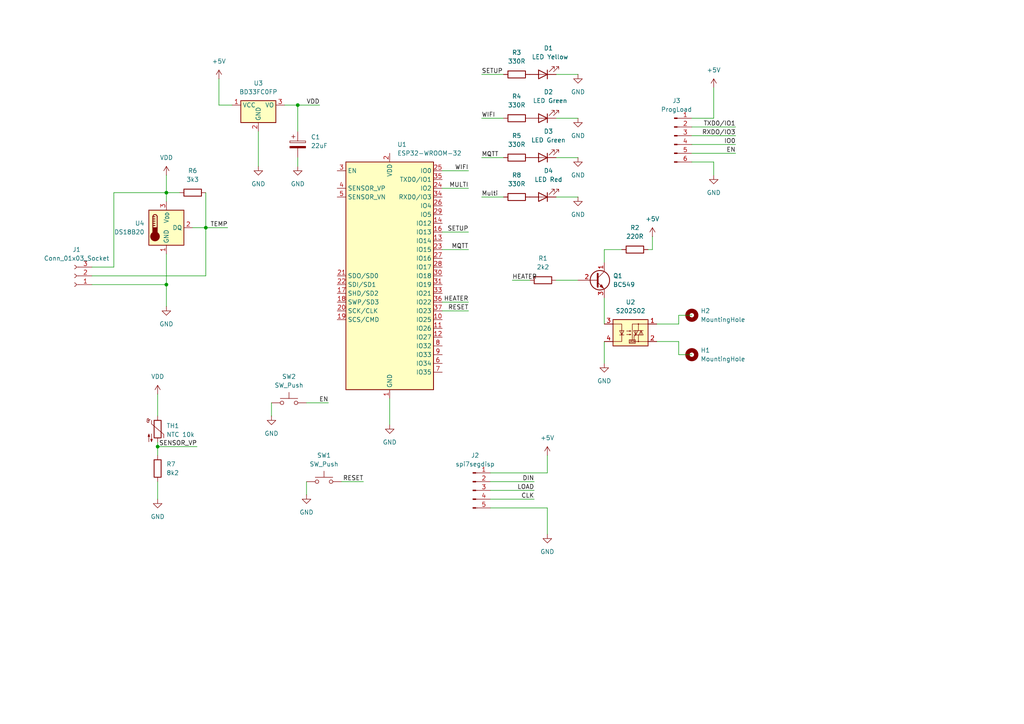
<source format=kicad_sch>
(kicad_sch (version 20231120) (generator "eeschema") (generator_version "8.0")
  (paper "A4")
  (lib_symbols
    (symbol "Connector:Conn_01x03_Socket" (pin_names (offset 1.016) hide)
      (property "Reference" "J" (at 0 5.08 0))
      (property "Value" "Conn_01x03_Socket" (at 0 -5.08 0))
      (symbol "Conn_01x03_Socket_1_1"
        (arc (start 0 -2.032) (mid -0.5058 -2.54) (end 0 -3.048) (stroke (width 0.1524)))
        (polyline (pts (xy -1.27 -2.54) (xy -0.508 -2.54)) (stroke (width 0.1524)))
        (polyline (pts (xy -1.27 0) (xy -0.508 0)) (stroke (width 0.1524)))
        (polyline (pts (xy -1.27 2.54) (xy -0.508 2.54)) (stroke (width 0.1524)))
        (arc (start 0 0.508) (mid -0.5058 0) (end 0 -0.508) (stroke (width 0.1524)))
        (arc (start 0 3.048) (mid -0.5058 2.54) (end 0 2.032) (stroke (width 0.1524)))
        (pin passive line (at -5.08 2.54 0) (length 3.81) (name "Pin_1") (number "1"))
        (pin passive line (at -5.08 0 0) (length 3.81) (name "Pin_2") (number "2"))
        (pin passive line (at -5.08 -2.54 0) (length 3.81) (name "Pin_3") (number "3"))
      )
    )
    (symbol "Connector:Conn_01x05_Pin" (pin_names (offset 1.016) hide)
      (property "Reference" "J" (at 0 7.62 0))
      (property "Value" "Conn_01x05_Pin" (at 0 -7.62 0))
      (symbol "Conn_01x05_Pin_1_1"
        (polyline (pts (xy 1.27 -5.08) (xy 0.8636 -5.08)) (stroke (width 0.1524)))
        (polyline (pts (xy 1.27 -2.54) (xy 0.8636 -2.54)) (stroke (width 0.1524)))
        (polyline (pts (xy 1.27 0) (xy 0.8636 0)) (stroke (width 0.1524)))
        (polyline (pts (xy 1.27 2.54) (xy 0.8636 2.54)) (stroke (width 0.1524)))
        (polyline (pts (xy 1.27 5.08) (xy 0.8636 5.08)) (stroke (width 0.1524)))
        (rectangle (start 0.8636 -4.953) (end 0 -5.207) (stroke (width 0.1524)) (fill (type outline)))
        (rectangle (start 0.8636 -2.413) (end 0 -2.667) (stroke (width 0.1524)) (fill (type outline)))
        (rectangle (start 0.8636 0.127) (end 0 -0.127) (stroke (width 0.1524)) (fill (type outline)))
        (rectangle (start 0.8636 2.667) (end 0 2.413) (stroke (width 0.1524)) (fill (type outline)))
        (rectangle (start 0.8636 5.207) (end 0 4.953) (stroke (width 0.1524)) (fill (type outline)))
        (pin passive line (at 5.08 5.08 180) (length 3.81) (name "Pin_1") (number "1"))
        (pin passive line (at 5.08 2.54 180) (length 3.81) (name "Pin_2") (number "2"))
        (pin passive line (at 5.08 0 180) (length 3.81) (name "Pin_3") (number "3"))
        (pin passive line (at 5.08 -2.54 180) (length 3.81) (name "Pin_4") (number "4"))
        (pin passive line (at 5.08 -5.08 180) (length 3.81) (name "Pin_5") (number "5"))
      )
    )
    (symbol "Connector:Conn_01x06_Pin" (pin_names (offset 1.016) hide)
      (property "Reference" "J" (at 0 7.62 0))
      (property "Value" "Conn_01x06_Pin" (at 0 -10.16 0))
      (symbol "Conn_01x06_Pin_1_1"
        (polyline (pts (xy 1.27 -7.62) (xy 0.8636 -7.62)) (stroke (width 0.1524)))
        (polyline (pts (xy 1.27 -5.08) (xy 0.8636 -5.08)) (stroke (width 0.1524)))
        (polyline (pts (xy 1.27 -2.54) (xy 0.8636 -2.54)) (stroke (width 0.1524)))
        (polyline (pts (xy 1.27 0) (xy 0.8636 0)) (stroke (width 0.1524)))
        (polyline (pts (xy 1.27 2.54) (xy 0.8636 2.54)) (stroke (width 0.1524)))
        (polyline (pts (xy 1.27 5.08) (xy 0.8636 5.08)) (stroke (width 0.1524)))
        (rectangle (start 0.8636 -7.493) (end 0 -7.747) (stroke (width 0.1524)) (fill (type outline)))
        (rectangle (start 0.8636 -4.953) (end 0 -5.207) (stroke (width 0.1524)) (fill (type outline)))
        (rectangle (start 0.8636 -2.413) (end 0 -2.667) (stroke (width 0.1524)) (fill (type outline)))
        (rectangle (start 0.8636 0.127) (end 0 -0.127) (stroke (width 0.1524)) (fill (type outline)))
        (rectangle (start 0.8636 2.667) (end 0 2.413) (stroke (width 0.1524)) (fill (type outline)))
        (rectangle (start 0.8636 5.207) (end 0 4.953) (stroke (width 0.1524)) (fill (type outline)))
        (pin passive line (at 5.08 5.08 180) (length 3.81) (name "Pin_1") (number "1"))
        (pin passive line (at 5.08 2.54 180) (length 3.81) (name "Pin_2") (number "2"))
        (pin passive line (at 5.08 0 180) (length 3.81) (name "Pin_3") (number "3"))
        (pin passive line (at 5.08 -2.54 180) (length 3.81) (name "Pin_4") (number "4"))
        (pin passive line (at 5.08 -5.08 180) (length 3.81) (name "Pin_5") (number "5"))
        (pin passive line (at 5.08 -7.62 180) (length 3.81) (name "Pin_6") (number "6"))
      )
    )
    (symbol "Device:C_Polarized" (pin_numbers hide) (pin_names (offset 0.254))
      (property "Reference" "C" (at 0.635 2.54 0))
      (property "Value" "C_Polarized" (at 0.635 -2.54 0))
      (symbol "C_Polarized_0_1"
        (rectangle (start -2.286 0.508) (end 2.286 1.016))
        (polyline (pts (xy -1.778 2.286) (xy -0.762 2.286)))
        (polyline (pts (xy -1.27 2.794) (xy -1.27 1.778)))
        (rectangle (start 2.286 -0.508) (end -2.286 -1.016) (fill (type outline)))
      )
      (symbol "C_Polarized_1_1"
        (pin passive line (at 0 3.81 270) (length 2.794) (name "~") (number "1"))
        (pin passive line (at 0 -3.81 90) (length 2.794) (name "~") (number "2"))
      )
    )
    (symbol "Device:LED" (pin_numbers hide) (pin_names (offset 1.016) hide)
      (property "Reference" "D" (at 0 2.54 0))
      (property "Value" "LED" (at 0 -2.54 0))
      (symbol "LED_0_1"
        (polyline (pts (xy -1.27 -1.27) (xy -1.27 1.27)) (stroke (width 0.254)))
        (polyline (pts (xy -1.27 0) (xy 1.27 0)))
        (polyline (pts (xy 1.27 -1.27) (xy 1.27 1.27) (xy -1.27 0) (xy 1.27 -1.27)) (stroke (width 0.254)))
        (polyline (pts (xy -3.048 -0.762) (xy -4.572 -2.286) (xy -3.81 -2.286) (xy -4.572 -2.286) (xy -4.572 -1.524)))
        (polyline (pts (xy -1.778 -0.762) (xy -3.302 -2.286) (xy -2.54 -2.286) (xy -3.302 -2.286) (xy -3.302 -1.524)))
      )
      (symbol "LED_1_1"
        (pin passive line (at -3.81 0 0) (length 2.54) (name "K") (number "1"))
        (pin passive line (at 3.81 0 180) (length 2.54) (name "A") (number "2"))
      )
    )
    (symbol "Device:R" (pin_numbers hide) (pin_names (offset 0))
      (property "Reference" "R" (at 2.032 0 90))
      (property "Value" "R" (at 0 0 90))
      (symbol "R_0_1"
        (rectangle (start -1.016 -2.54) (end 1.016 2.54) (stroke (width 0.254)))
      )
      (symbol "R_1_1"
        (pin passive line (at 0 3.81 270) (length 1.27) (name "~") (number "1"))
        (pin passive line (at 0 -3.81 90) (length 1.27) (name "~") (number "2"))
      )
    )
    (symbol "Device:Thermistor_NTC" (pin_numbers hide) (pin_names (offset 0))
      (property "Reference" "TH" (at -4.445 0 90))
      (property "Value" "Thermistor_NTC" (at 3.175 0 90))
      (symbol "Thermistor_NTC_0_1"
        (arc (start -3.048 2.159) (mid -3.0495 2.3143) (end -3.175 2.413))
        (arc (start -3.048 2.159) (mid -2.9736 1.9794) (end -2.794 1.905))
        (arc (start -3.048 2.794) (mid -2.9736 2.6144) (end -2.794 2.54))
        (arc (start -2.794 1.905) (mid -2.6144 1.9794) (end -2.54 2.159))
        (arc (start -2.794 2.54) (mid -2.4393 2.5587) (end -2.159 2.794))
        (arc (start -2.794 3.048) (mid -2.9736 2.9736) (end -3.048 2.794))
        (arc (start -2.54 2.794) (mid -2.6144 2.9736) (end -2.794 3.048))
        (rectangle (start -1.016 2.54) (end 1.016 -2.54) (stroke (width 0.254)))
        (polyline (pts (xy -2.54 2.159) (xy -2.54 2.794)))
        (polyline (pts (xy -1.778 2.54) (xy -1.778 1.524) (xy 1.778 -1.524) (xy 1.778 -2.54)))
        (polyline (pts (xy -2.54 -3.683) (xy -2.54 -1.397) (xy -2.794 -2.159) (xy -2.286 -2.159) (xy -2.54 -1.397) (xy -2.54 -1.651)) (fill (type outline)))
        (polyline (pts (xy -1.778 -1.397) (xy -1.778 -3.683) (xy -2.032 -2.921) (xy -1.524 -2.921) (xy -1.778 -3.683) (xy -1.778 -3.429)) (fill (type outline)))
      )
      (symbol "Thermistor_NTC_1_1"
        (pin passive line (at 0 3.81 270) (length 1.27) (name "~") (number "1"))
        (pin passive line (at 0 -3.81 90) (length 1.27) (name "~") (number "2"))
      )
    )
    (symbol "Mechanical:MountingHole" (pin_names (offset 1.016))
      (property "Reference" "H" (at 0 5.08 0))
      (property "Value" "MountingHole" (at 0 3.175 0))
      (symbol "MountingHole_0_1"
        (circle (center 0 0) (radius 1.27) (stroke (width 1.27)))
      )
    )
    (symbol "RF_Module:ESP32-WROOM-32"
      (property "Reference" "U" (at -12.7 34.29 0))
      (property "Value" "ESP32-WROOM-32" (at 1.27 34.29 0))
      (symbol "ESP32-WROOM-32_0_1"
        (rectangle (start -12.7 33.02) (end 12.7 -33.02) (stroke (width 0.254)) (fill (type background)))
      )
      (symbol "ESP32-WROOM-32_1_1"
        (pin power_in line (at 0 -35.56 90) (length 2.54) (name "GND") (number "1"))
        (pin bidirectional line (at 15.24 -12.7 180) (length 2.54) (name "IO25") (number "10"))
        (pin bidirectional line (at 15.24 -15.24 180) (length 2.54) (name "IO26") (number "11"))
        (pin bidirectional line (at 15.24 -17.78 180) (length 2.54) (name "IO27") (number "12"))
        (pin bidirectional line (at 15.24 10.16 180) (length 2.54) (name "IO14") (number "13"))
        (pin bidirectional line (at 15.24 15.24 180) (length 2.54) (name "IO12") (number "14"))
        (pin passive line (at 0 -35.56 90) (length 2.54) hide (name "GND") (number "15"))
        (pin bidirectional line (at 15.24 12.7 180) (length 2.54) (name "IO13") (number "16"))
        (pin bidirectional line (at -15.24 -5.08 0) (length 2.54) (name "SHD/SD2") (number "17"))
        (pin bidirectional line (at -15.24 -7.62 0) (length 2.54) (name "SWP/SD3") (number "18"))
        (pin bidirectional line (at -15.24 -12.7 0) (length 2.54) (name "SCS/CMD") (number "19"))
        (pin power_in line (at 0 35.56 270) (length 2.54) (name "VDD") (number "2"))
        (pin bidirectional line (at -15.24 -10.16 0) (length 2.54) (name "SCK/CLK") (number "20"))
        (pin bidirectional line (at -15.24 0 0) (length 2.54) (name "SDO/SD0") (number "21"))
        (pin bidirectional line (at -15.24 -2.54 0) (length 2.54) (name "SDI/SD1") (number "22"))
        (pin bidirectional line (at 15.24 7.62 180) (length 2.54) (name "IO15") (number "23"))
        (pin bidirectional line (at 15.24 25.4 180) (length 2.54) (name "IO2") (number "24"))
        (pin bidirectional line (at 15.24 30.48 180) (length 2.54) (name "IO0") (number "25"))
        (pin bidirectional line (at 15.24 20.32 180) (length 2.54) (name "IO4") (number "26"))
        (pin bidirectional line (at 15.24 5.08 180) (length 2.54) (name "IO16") (number "27"))
        (pin bidirectional line (at 15.24 2.54 180) (length 2.54) (name "IO17") (number "28"))
        (pin bidirectional line (at 15.24 17.78 180) (length 2.54) (name "IO5") (number "29"))
        (pin input line (at -15.24 30.48 0) (length 2.54) (name "EN") (number "3"))
        (pin bidirectional line (at 15.24 0 180) (length 2.54) (name "IO18") (number "30"))
        (pin bidirectional line (at 15.24 -2.54 180) (length 2.54) (name "IO19") (number "31"))
        (pin no_connect line (at -12.7 -27.94 0) (length 2.54) hide (name "NC") (number "32"))
        (pin bidirectional line (at 15.24 -5.08 180) (length 2.54) (name "IO21") (number "33"))
        (pin bidirectional line (at 15.24 22.86 180) (length 2.54) (name "RXD0/IO3") (number "34"))
        (pin bidirectional line (at 15.24 27.94 180) (length 2.54) (name "TXD0/IO1") (number "35"))
        (pin bidirectional line (at 15.24 -7.62 180) (length 2.54) (name "IO22") (number "36"))
        (pin bidirectional line (at 15.24 -10.16 180) (length 2.54) (name "IO23") (number "37"))
        (pin passive line (at 0 -35.56 90) (length 2.54) hide (name "GND") (number "38"))
        (pin passive line (at 0 -35.56 90) (length 2.54) hide (name "GND") (number "39"))
        (pin input line (at -15.24 25.4 0) (length 2.54) (name "SENSOR_VP") (number "4"))
        (pin input line (at -15.24 22.86 0) (length 2.54) (name "SENSOR_VN") (number "5"))
        (pin input line (at 15.24 -25.4 180) (length 2.54) (name "IO34") (number "6"))
        (pin input line (at 15.24 -27.94 180) (length 2.54) (name "IO35") (number "7"))
        (pin bidirectional line (at 15.24 -20.32 180) (length 2.54) (name "IO32") (number "8"))
        (pin bidirectional line (at 15.24 -22.86 180) (length 2.54) (name "IO33") (number "9"))
      )
    )
    (symbol "Regulator_Linear:BD33FC0FP"
      (property "Reference" "U" (at 0 7.62 0))
      (property "Value" "BD33FC0FP" (at 0 5.08 0))
      (symbol "BD33FC0FP_1_1"
        (rectangle (start -5.08 -5.08) (end 5.08 1.27) (stroke (width 0.254)) (fill (type background)))
        (pin power_in line (at -7.62 0 0) (length 2.54) (name "VCC") (number "1"))
        (pin power_in line (at 0 -7.62 90) (length 2.54) (name "GND") (number "2"))
        (pin power_out line (at 7.62 0 180) (length 2.54) (name "VO") (number "3"))
      )
    )
    (symbol "Relay_SolidState:S202S02"
      (property "Reference" "U" (at -5.08 5.08 0))
      (property "Value" "S202S02" (at 0 5.08 0))
      (symbol "S202S02_0_0"
        (rectangle (start -0.381 -2.032) (end 1.397 -3.048))
        (polyline (pts (xy 2.286 -2.54) (xy 1.397 -2.54)))
        (polyline (pts (xy 1.524 -0.635) (xy 1.016 -1.016) (xy 1.016 -2.032)))
        (text "ZCD" (at 0.508 -2.54 0) (effects (font (size 0.508 0.508))))
      )
      (symbol "S202S02_0_1"
        (rectangle (start -5.08 3.81) (end 5.08 -3.81) (stroke (width 0.254)) (fill (type background)))
        (polyline (pts (xy -3.175 -0.635) (xy -1.905 -0.635)))
        (polyline (pts (xy 1.524 -0.635) (xy 1.524 0.635)))
        (polyline (pts (xy 3.048 0.635) (xy 3.048 -0.635)))
        (polyline (pts (xy 2.286 -0.635) (xy 2.286 -2.54) (xy 5.08 -2.54)))
        (polyline (pts (xy 2.286 0.635) (xy 2.286 2.54) (xy 5.08 2.54)))
        (polyline (pts (xy 2.286 2.54) (xy 0.508 2.54) (xy 0.508 -2.032)))
        (polyline (pts (xy -5.08 2.54) (xy -2.54 2.54) (xy -2.54 -2.54) (xy -5.08 -2.54)))
        (polyline (pts (xy -2.54 -0.635) (xy -3.175 0.635) (xy -1.905 0.635) (xy -2.54 -0.635)))
        (polyline (pts (xy 0.889 -0.635) (xy 3.683 -0.635) (xy 3.048 0.635) (xy 2.413 -0.635)))
        (polyline (pts (xy 3.683 0.635) (xy 0.889 0.635) (xy 1.524 -0.635) (xy 2.159 0.635)))
        (polyline (pts (xy -1.143 -0.508) (xy 0.127 -0.508) (xy -0.254 -0.635) (xy -0.254 -0.381) (xy 0.127 -0.508)))
        (polyline (pts (xy -1.143 0.508) (xy 0.127 0.508) (xy -0.254 0.381) (xy -0.254 0.635) (xy 0.127 0.508)))
        (circle (center 2.286 -2.54) (radius 0.127))
        (circle (center 2.286 2.54) (radius 0.127))
      )
      (symbol "S202S02_1_1"
        (pin passive line (at 7.62 2.54 180) (length 2.54) (name "~") (number "1"))
        (pin passive line (at 7.62 -2.54 180) (length 2.54) (name "~") (number "2"))
        (pin passive line (at -7.62 2.54 0) (length 2.54) (name "~") (number "3"))
        (pin passive line (at -7.62 -2.54 0) (length 2.54) (name "~") (number "4"))
      )
    )
    (symbol "Sensor_Temperature:DS18B20"
      (property "Reference" "U" (at -3.81 6.35 0))
      (property "Value" "DS18B20" (at 6.35 6.35 0))
      (symbol "DS18B20_0_1"
        (rectangle (start -5.08 5.08) (end 5.08 -5.08) (stroke (width 0.254)) (fill (type background)))
        (circle (center -3.302 -2.54) (radius 1.27) (stroke (width 0.254)) (fill (type outline)))
        (rectangle (start -2.667 -1.905) (end -3.937 0) (stroke (width 0.254)) (fill (type outline)))
        (arc (start -2.667 3.175) (mid -3.302 3.8073) (end -3.937 3.175) (stroke (width 0.254)))
        (polyline (pts (xy -3.937 0.635) (xy -3.302 0.635)) (stroke (width 0.254)))
        (polyline (pts (xy -3.937 1.27) (xy -3.302 1.27)) (stroke (width 0.254)))
        (polyline (pts (xy -3.937 1.905) (xy -3.302 1.905)) (stroke (width 0.254)))
        (polyline (pts (xy -3.937 2.54) (xy -3.302 2.54)) (stroke (width 0.254)))
        (polyline (pts (xy -3.937 3.175) (xy -3.937 0)) (stroke (width 0.254)))
        (polyline (pts (xy -3.937 3.175) (xy -3.302 3.175)) (stroke (width 0.254)))
        (polyline (pts (xy -2.667 3.175) (xy -2.667 0)) (stroke (width 0.254)))
      )
      (symbol "DS18B20_1_1"
        (pin power_in line (at 0 -7.62 90) (length 2.54) (name "GND") (number "1"))
        (pin bidirectional line (at 7.62 0 180) (length 2.54) (name "DQ") (number "2"))
        (pin power_in line (at 0 7.62 270) (length 2.54) (name "V_{DD}") (number "3"))
      )
    )
    (symbol "Switch:SW_Push" (pin_numbers hide) (pin_names (offset 1.016) hide)
      (property "Reference" "SW" (at 1.27 2.54 0))
      (property "Value" "SW_Push" (at 0 -1.524 0))
      (symbol "SW_Push_0_1"
        (circle (center -2.032 0) (radius 0.508))
        (polyline (pts (xy 0 1.27) (xy 0 3.048)))
        (polyline (pts (xy 2.54 1.27) (xy -2.54 1.27)))
        (circle (center 2.032 0) (radius 0.508))
        (pin passive line (at -5.08 0 0) (length 2.54) (name "1") (number "1"))
        (pin passive line (at 5.08 0 180) (length 2.54) (name "2") (number "2"))
      )
    )
    (symbol "Transistor_BJT:BC549" (pin_names (offset 0) hide)
      (property "Reference" "Q" (at 5.08 1.905 0))
      (property "Value" "BC549" (at 5.08 0 0))
      (symbol "BC549_0_1"
        (polyline (pts (xy 0 0) (xy 0.635 0)))
        (polyline (pts (xy 0.635 0.635) (xy 2.54 2.54)))
        (polyline (pts (xy 0.635 -0.635) (xy 2.54 -2.54) (xy 2.54 -2.54)))
        (polyline (pts (xy 0.635 1.905) (xy 0.635 -1.905) (xy 0.635 -1.905)) (stroke (width 0.508)))
        (polyline (pts (xy 1.27 -1.778) (xy 1.778 -1.27) (xy 2.286 -2.286) (xy 1.27 -1.778) (xy 1.27 -1.778)) (fill (type outline)))
        (circle (center 1.27 0) (radius 2.8194) (stroke (width 0.254)))
      )
      (symbol "BC549_1_1"
        (pin passive line (at 2.54 5.08 270) (length 2.54) (name "C") (number "1"))
        (pin input line (at -5.08 0 0) (length 5.08) (name "B") (number "2"))
        (pin passive line (at 2.54 -5.08 90) (length 2.54) (name "E") (number "3"))
      )
    )
    (symbol "power:+5V" (power) (pin_numbers hide) (pin_names (offset 0) hide)
      (property "Value" "+5V" (at 0 3.556 0))
      (symbol "+5V_0_1"
        (polyline (pts (xy -0.762 1.27) (xy 0 2.54)))
        (polyline (pts (xy 0 0) (xy 0 2.54)))
        (polyline (pts (xy 0 2.54) (xy 0.762 1.27)))
      )
      (symbol "+5V_1_1"
        (pin power_in line (at 0 0 90) (length 0) (name "~") (number "1"))
      )
    )
    (symbol "power:GND" (power) (pin_numbers hide) (pin_names (offset 0) hide)
      (property "Value" "GND" (at 0 -3.81 0))
      (symbol "GND_0_1"
        (polyline (pts (xy 0 0) (xy 0 -1.27) (xy 1.27 -1.27) (xy 0 -2.54) (xy -1.27 -1.27) (xy 0 -1.27)))
      )
      (symbol "GND_1_1"
        (pin power_in line (at 0 0 270) (length 0) (name "~") (number "1"))
      )
    )
    (symbol "power:VDD" (power) (pin_numbers hide) (pin_names (offset 0) hide)
      (property "Value" "VDD" (at 0 3.556 0))
      (symbol "VDD_0_1"
        (polyline (pts (xy -0.762 1.27) (xy 0 2.54)))
        (polyline (pts (xy 0 0) (xy 0 2.54)))
        (polyline (pts (xy 0 2.54) (xy 0.762 1.27)))
      )
      (symbol "VDD_1_1"
        (pin power_in line (at 0 0 90) (length 0) (name "~") (number "1"))
      )
    )
  )
  (junction (at 48.26 82.55))
  (junction (at 86.36 30.48))
  (junction (at 48.26 55.88))
  (junction (at 59.69 66.04))
  (junction (at 45.72 129.54))
  (wire (pts (xy 33.02 77.47) (xy 33.02 55.88)))
  (wire (pts (xy 142.24 137.16) (xy 158.75 137.16)))
  (wire (pts (xy 196.85 99.06) (xy 196.85 102.87)))
  (wire (pts (xy 63.5 22.86) (xy 63.5 30.48)))
  (wire (pts (xy 161.29 21.59) (xy 167.64 21.59)))
  (wire (pts (xy 78.74 116.84) (xy 78.74 120.65)))
  (wire (pts (xy 48.26 50.8) (xy 48.26 55.88)))
  (wire (pts (xy 55.88 66.04) (xy 59.69 66.04)))
  (wire (pts (xy 200.66 41.91) (xy 213.36 41.91)))
  (wire (pts (xy 196.85 91.44) (xy 200.66 91.44)))
  (wire (pts (xy 48.26 73.66) (xy 48.26 82.55)))
  (wire (pts (xy 128.27 90.17) (xy 135.89 90.17)))
  (wire (pts (xy 63.5 30.48) (xy 67.31 30.48)))
  (wire (pts (xy 45.72 114.3) (xy 45.72 120.65)))
  (wire (pts (xy 161.29 34.29) (xy 167.64 34.29)))
  (wire (pts (xy 59.69 80.01) (xy 59.69 66.04)))
  (wire (pts (xy 187.96 72.39) (xy 189.23 72.39)))
  (wire (pts (xy 180.34 72.39) (xy 175.26 72.39)))
  (wire (pts (xy 200.66 34.29) (xy 207.01 34.29)))
  (wire (pts (xy 45.72 139.7) (xy 45.72 144.78)))
  (wire (pts (xy 207.01 25.4) (xy 207.01 34.29)))
  (wire (pts (xy 139.7 34.29) (xy 146.05 34.29)))
  (wire (pts (xy 139.7 57.15) (xy 146.05 57.15)))
  (wire (pts (xy 142.24 139.7) (xy 154.94 139.7)))
  (wire (pts (xy 139.7 45.72) (xy 146.05 45.72)))
  (wire (pts (xy 139.7 21.59) (xy 146.05 21.59)))
  (wire (pts (xy 45.72 129.54) (xy 57.15 129.54)))
  (wire (pts (xy 128.27 87.63) (xy 135.89 87.63)))
  (wire (pts (xy 128.27 49.53) (xy 135.89 49.53)))
  (wire (pts (xy 167.64 57.15) (xy 161.29 57.15)))
  (wire (pts (xy 167.64 45.72) (xy 161.29 45.72)))
  (wire (pts (xy 26.67 82.55) (xy 48.26 82.55)))
  (wire (pts (xy 128.27 54.61) (xy 135.89 54.61)))
  (wire (pts (xy 158.75 147.32) (xy 158.75 154.94)))
  (wire (pts (xy 196.85 102.87) (xy 200.66 102.87)))
  (wire (pts (xy 88.9 116.84) (xy 95.25 116.84)))
  (wire (pts (xy 158.75 137.16) (xy 158.75 132.08)))
  (wire (pts (xy 161.29 81.28) (xy 167.64 81.28)))
  (wire (pts (xy 200.66 39.37) (xy 213.36 39.37)))
  (wire (pts (xy 175.26 72.39) (xy 175.26 76.2)))
  (wire (pts (xy 86.36 30.48) (xy 86.36 38.1)))
  (wire (pts (xy 48.26 55.88) (xy 48.26 58.42)))
  (wire (pts (xy 190.5 93.98) (xy 196.85 93.98)))
  (wire (pts (xy 200.66 44.45) (xy 213.36 44.45)))
  (wire (pts (xy 48.26 55.88) (xy 52.07 55.88)))
  (wire (pts (xy 128.27 72.39) (xy 135.89 72.39)))
  (wire (pts (xy 128.27 67.31) (xy 135.89 67.31)))
  (wire (pts (xy 74.93 38.1) (xy 74.93 48.26)))
  (wire (pts (xy 113.03 115.57) (xy 113.03 123.19)))
  (wire (pts (xy 175.26 99.06) (xy 175.26 105.41)))
  (wire (pts (xy 175.26 86.36) (xy 175.26 93.98)))
  (wire (pts (xy 200.66 36.83) (xy 213.36 36.83)))
  (wire (pts (xy 190.5 99.06) (xy 196.85 99.06)))
  (wire (pts (xy 189.23 72.39) (xy 189.23 68.58)))
  (wire (pts (xy 200.66 46.99) (xy 207.01 46.99)))
  (wire (pts (xy 26.67 77.47) (xy 33.02 77.47)))
  (wire (pts (xy 196.85 93.98) (xy 196.85 91.44)))
  (wire (pts (xy 88.9 139.7) (xy 88.9 143.51)))
  (wire (pts (xy 59.69 66.04) (xy 66.04 66.04)))
  (wire (pts (xy 207.01 46.99) (xy 207.01 50.8)))
  (wire (pts (xy 26.67 80.01) (xy 59.69 80.01)))
  (wire (pts (xy 86.36 30.48) (xy 92.71 30.48)))
  (wire (pts (xy 82.55 30.48) (xy 86.36 30.48)))
  (wire (pts (xy 86.36 45.72) (xy 86.36 48.26)))
  (wire (pts (xy 33.02 55.88) (xy 48.26 55.88)))
  (wire (pts (xy 148.59 81.28) (xy 153.67 81.28)))
  (wire (pts (xy 142.24 144.78) (xy 154.94 144.78)))
  (wire (pts (xy 45.72 128.27) (xy 45.72 129.54)))
  (wire (pts (xy 48.26 82.55) (xy 48.26 88.9)))
  (wire (pts (xy 142.24 147.32) (xy 158.75 147.32)))
  (wire (pts (xy 99.06 139.7) (xy 105.41 139.7)))
  (wire (pts (xy 59.69 55.88) (xy 59.69 66.04)))
  (wire (pts (xy 142.24 142.24) (xy 154.94 142.24)))
  (wire (pts (xy 45.72 129.54) (xy 45.72 132.08)))
  (label "MQTT" (at 139.7 45.72 0))
  (label "RESET" (at 135.89 90.17 180))
  (label "LOAD" (at 154.94 142.24 180))
  (label "SETUP" (at 135.89 67.31 180))
  (label "TXD0/IO1" (at 213.36 36.83 180))
  (label "WIFI" (at 139.7 34.29 0))
  (label "VDD" (at 92.71 30.48 180))
  (label "Multi" (at 139.7 57.15 0))
  (label "CLK" (at 154.94 144.78 180))
  (label "MULTI" (at 135.89 54.61 180))
  (label "IO0" (at 213.36 41.91 180))
  (label "RXDO/IO3" (at 213.36 39.37 180))
  (label "TEMP" (at 66.04 66.04 180))
  (label "DIN" (at 154.94 139.7 180))
  (label "MQTT" (at 135.89 72.39 180))
  (label "WIFI" (at 135.89 49.53 180))
  (label "HEATER" (at 148.59 81.28 0))
  (label "EN" (at 95.25 116.84 180))
  (label "SETUP" (at 139.7 21.59 0))
  (label "SENSOR_VP" (at 57.15 129.54 180))
  (label "HEATER" (at 135.89 87.63 180))
  (label "EN" (at 213.36 44.45 180))
  (label "RESET" (at 105.41 139.7 180))
  (symbol (lib_id "Device:Thermistor_NTC") (at 45.72 124.46 0) (unit 1)
    (property "Reference" "TH1" (at 48.26 123.5074 0) (effects (justify left)))
    (property "Value" "NTC 10k" (at 48.26 126.0474 0) (effects (justify left)))
    (property "Description" "Temperature dependent resistor, negative temperature coefficient" (effects (hide yes)))
  )
  (symbol (lib_id "Switch:SW_Push") (at 83.82 116.84 0) (unit 1)
    (property "Reference" "SW2" (at 83.82 109.22 0))
    (property "Value" "SW_Push" (at 83.82 111.76 0))
    (property "Description" "Push button switch, generic, two pins" (effects (hide yes)))
  )
  (symbol (lib_id "Device:R") (at 149.86 21.59 90) (unit 1)
    (property "Reference" "R3" (at 149.86 15.24 90))
    (property "Value" "330R" (at 149.86 17.78 90))
    (property "Description" "Resistor" (effects (hide yes)))
  )
  (symbol (lib_id "power:GND") (at 175.26 105.41 0) (unit 1)
    (property "Reference" "#PWR01" (effects (hide yes)))
    (property "Value" "GND" (at 175.26 110.49 0))
    (property "Description" "Power symbol creates a global label with name \"GND\" , ground" (effects (hide yes)))
  )
  (symbol (lib_id "Device:R") (at 149.86 57.15 90) (unit 1)
    (property "Reference" "R8" (at 149.86 50.8 90))
    (property "Value" "330R" (at 149.86 53.34 90))
    (property "Description" "Resistor" (effects (hide yes)))
  )
  (symbol (lib_id "power:GND") (at 167.64 21.59 0) (unit 1)
    (property "Reference" "#PWR07" (effects (hide yes)))
    (property "Value" "GND" (at 167.64 26.67 0))
    (property "Description" "Power symbol creates a global label with name \"GND\" , ground" (effects (hide yes)))
  )
  (symbol (lib_id "power:GND") (at 207.01 50.8 0) (unit 1)
    (property "Reference" "#PWR019" (effects (hide yes)))
    (property "Value" "GND" (at 207.01 55.88 0))
    (property "Description" "Power symbol creates a global label with name \"GND\" , ground" (effects (hide yes)))
  )
  (symbol (lib_id "power:+5V") (at 158.75 132.08 0) (unit 1)
    (property "Reference" "#PWR016" (effects (hide yes)))
    (property "Value" "+5V" (at 158.75 127 0))
    (property "Description" "Power symbol creates a global label with name \"+5V\"" (effects (hide yes)))
  )
  (symbol (lib_id "power:GND") (at 86.36 48.26 0) (unit 1)
    (property "Reference" "#PWR06" (effects (hide yes)))
    (property "Value" "GND" (at 86.36 53.34 0))
    (property "Description" "Power symbol creates a global label with name \"GND\" , ground" (effects (hide yes)))
  )
  (symbol (lib_id "power:GND") (at 167.64 34.29 0) (unit 1)
    (property "Reference" "#PWR08" (effects (hide yes)))
    (property "Value" "GND" (at 167.64 39.37 0))
    (property "Description" "Power symbol creates a global label with name \"GND\" , ground" (effects (hide yes)))
  )
  (symbol (lib_id "Device:R") (at 45.72 135.89 0) (unit 1)
    (property "Reference" "R7" (at 48.26 134.6199 0) (effects (justify left)))
    (property "Value" "8k2" (at 48.26 137.1599 0) (effects (justify left)))
    (property "Description" "Resistor" (effects (hide yes)))
  )
  (symbol (lib_id "power:GND") (at 158.75 154.94 0) (unit 1)
    (property "Reference" "#PWR015" (effects (hide yes)))
    (property "Value" "GND" (at 158.75 160.02 0))
    (property "Description" "Power symbol creates a global label with name \"GND\" , ground" (effects (hide yes)))
  )
  (symbol (lib_id "Sensor_Temperature:DS18B20") (at 48.26 66.04 0) (unit 1)
    (property "Reference" "U4" (at 41.91 64.7699 0) (effects (justify right)))
    (property "Value" "DS18B20" (at 41.91 67.3099 0) (effects (justify right)))
    (property "Footprint" "Package_TO_SOT_THT:TO-92_Inline" (effects (hide yes)))
    (property "Datasheet" "http://datasheets.maximintegrated.com/en/ds/DS18B20.pdf" (effects (hide yes)))
    (property "Description" "Programmable Resolution 1-Wire Digital Thermometer TO-92" (effects (hide yes)))
  )
  (symbol (lib_id "Device:LED") (at 157.48 57.15 180) (unit 1)
    (property "Reference" "D4" (at 159.0675 49.53 0))
    (property "Value" "LED Red" (at 159.0675 52.07 0))
    (property "Description" "Light emitting diode" (effects (hide yes)))
  )
  (symbol (lib_id "Connector:Conn_01x03_Socket") (at 21.59 80.01 180) (unit 1)
    (property "Reference" "J1" (at 22.225 72.39 0))
    (property "Value" "Conn_01x03_Socket" (at 22.225 74.93 0))
    (property "Description" "Generic connector, single row, 01x03, script generated" (effects (hide yes)))
  )
  (symbol (lib_id "Device:R") (at 157.48 81.28 90) (unit 1)
    (property "Reference" "R1" (at 157.48 74.93 90))
    (property "Value" "2k2" (at 157.48 77.47 90))
    (property "Description" "Resistor" (effects (hide yes)))
  )
  (symbol (lib_id "power:+5V") (at 207.01 25.4 0) (unit 1)
    (property "Reference" "#PWR018" (effects (hide yes)))
    (property "Value" "+5V" (at 207.01 20.32 0))
    (property "Description" "Power symbol creates a global label with name \"+5V\"" (effects (hide yes)))
  )
  (symbol (lib_id "Device:LED") (at 157.48 45.72 180) (unit 1)
    (property "Reference" "D3" (at 159.0675 38.1 0))
    (property "Value" "LED Green" (at 159.0675 40.64 0))
    (property "Description" "Light emitting diode" (effects (hide yes)))
  )
  (symbol (lib_id "Mechanical:MountingHole") (at 200.66 102.87 0) (unit 1)
    (property "Reference" "H1" (at 203.2 101.5999 0) (effects (justify left)))
    (property "Value" "MountingHole" (at 203.2 104.1399 0) (effects (justify left)))
    (property "Description" "Mounting Hole without connection" (effects (hide yes)))
  )
  (symbol (lib_id "power:GND") (at 74.93 48.26 0) (unit 1)
    (property "Reference" "#PWR03" (effects (hide yes)))
    (property "Value" "GND" (at 74.93 53.34 0))
    (property "Description" "Power symbol creates a global label with name \"GND\" , ground" (effects (hide yes)))
  )
  (symbol (lib_id "power:GND") (at 167.64 45.72 0) (unit 1)
    (property "Reference" "#PWR09" (effects (hide yes)))
    (property "Value" "GND" (at 167.64 50.8 0))
    (property "Description" "Power symbol creates a global label with name \"GND\" , ground" (effects (hide yes)))
  )
  (symbol (lib_id "Device:R") (at 149.86 45.72 90) (unit 1)
    (property "Reference" "R5" (at 149.86 39.37 90))
    (property "Value" "330R" (at 149.86 41.91 90))
    (property "Description" "Resistor" (effects (hide yes)))
  )
  (symbol (lib_id "Device:R") (at 184.15 72.39 90) (unit 1)
    (property "Reference" "R2" (at 184.15 66.04 90))
    (property "Value" "220R" (at 184.15 68.58 90))
    (property "Description" "Resistor" (effects (hide yes)))
  )
  (symbol (lib_id "Regulator_Linear:BD33FC0FP") (at 74.93 30.48 0) (unit 1)
    (property "Reference" "U3" (at 74.93 24.13 0))
    (property "Value" "BD33FC0FP" (at 74.93 26.67 0))
    (property "Footprint" "Package_TO_SOT_SMD:TO-252-2" (effects (hide yes)))
    (property "Datasheet" "https://fscdn.rohm.com/en/products/databook/datasheet/ic/power/linear_regulator/bdxxfc0wefj-e.pdf" (effects (hide yes)))
    (property "Description" "1A, 3.3V LDO regulator with OVP & TSP, without enable, TO-252" (effects (hide yes)))
  )
  (symbol (lib_id "power:VDD") (at 48.26 50.8 0) (unit 1)
    (property "Reference" "#PWR013" (effects (hide yes)))
    (property "Value" "VDD" (at 48.26 45.72 0))
    (property "Description" "Power symbol creates a global label with name \"VDD\"" (effects (hide yes)))
  )
  (symbol (lib_id "Device:LED") (at 157.48 34.29 180) (unit 1)
    (property "Reference" "D2" (at 159.0675 26.67 0))
    (property "Value" " LED Green" (at 159.0675 29.21 0))
    (property "Description" "Light emitting diode" (effects (hide yes)))
  )
  (symbol (lib_id "Transistor_BJT:BC549") (at 172.72 81.28 0) (unit 1)
    (property "Reference" "Q1" (at 177.8 80.0099 0) (effects (justify left)))
    (property "Value" "BC549" (at 177.8 82.5499 0) (effects (justify left)))
    (property "Footprint" "Package_TO_SOT_THT:TO-92_Inline" (effects (hide yes)))
    (property "Datasheet" "https://www.onsemi.com/pub/Collateral/BC550-D.pdf" (effects (hide yes)))
    (property "Description" "0.1A Ic, 30V Vce, Small Signal NPN Transistor, TO-92" (effects (hide yes)))
  )
  (symbol (lib_id "Device:LED") (at 157.48 21.59 180) (unit 1)
    (property "Reference" "D1" (at 159.0675 13.97 0))
    (property "Value" " LED Yellow" (at 159.0675 16.51 0))
    (property "Description" "Light emitting diode" (effects (hide yes)))
  )
  (symbol (lib_id "power:GND") (at 88.9 143.51 0) (unit 1)
    (property "Reference" "#PWR014" (effects (hide yes)))
    (property "Value" "GND" (at 88.9 148.59 0))
    (property "Description" "Power symbol creates a global label with name \"GND\" , ground" (effects (hide yes)))
  )
  (symbol (lib_id "Device:R") (at 55.88 55.88 90) (unit 1)
    (property "Reference" "R6" (at 55.88 49.53 90))
    (property "Value" "3k3" (at 55.88 52.07 90))
    (property "Description" "Resistor" (effects (hide yes)))
  )
  (symbol (lib_id "Device:C_Polarized") (at 86.36 41.91 0) (unit 1)
    (property "Reference" "C1" (at 90.17 39.7509 0) (effects (justify left)))
    (property "Value" "22uF" (at 90.17 42.2909 0) (effects (justify left)))
    (property "Description" "Polarized capacitor" (effects (hide yes)))
  )
  (symbol (lib_id "Switch:SW_Push") (at 93.98 139.7 0) (unit 1)
    (property "Reference" "SW1" (at 93.98 132.08 0))
    (property "Value" "SW_Push" (at 93.98 134.62 0))
    (property "Description" "Push button switch, generic, two pins" (effects (hide yes)))
  )
  (symbol (lib_id "power:GND") (at 113.03 123.19 0) (unit 1)
    (property "Reference" "#PWR02" (effects (hide yes)))
    (property "Value" "GND" (at 113.03 128.27 0))
    (property "Description" "Power symbol creates a global label with name \"GND\" , ground" (effects (hide yes)))
  )
  (symbol (lib_id "Device:R") (at 149.86 34.29 90) (unit 1)
    (property "Reference" "R4" (at 149.86 27.94 90))
    (property "Value" "330R" (at 149.86 30.48 90))
    (property "Description" "Resistor" (effects (hide yes)))
  )
  (symbol (lib_id "power:VDD") (at 45.72 114.3 0) (unit 1)
    (property "Reference" "#PWR012" (effects (hide yes)))
    (property "Value" "VDD" (at 45.72 109.22 0))
    (property "Description" "Power symbol creates a global label with name \"VDD\"" (effects (hide yes)))
  )
  (symbol (lib_id "power:GND") (at 167.64 57.15 0) (unit 1)
    (property "Reference" "#PWR020" (effects (hide yes)))
    (property "Value" "GND" (at 167.64 62.23 0))
    (property "Description" "Power symbol creates a global label with name \"GND\" , ground" (effects (hide yes)))
  )
  (symbol (lib_id "Relay_SolidState:S202S02") (at 182.88 96.52 0) (unit 1)
    (property "Reference" "U2" (at 182.88 87.63 0))
    (property "Value" "S202S02" (at 182.88 90.17 0))
    (property "Footprint" "Package_SIP:SIP4_Sharp-SSR_P7.62mm_Straight" (effects (hide yes)))
    (property "Datasheet" "http://www.sharp-world.com/products/device/lineup/data/pdf/datasheet/s102s02_e.pdf" (effects (hide yes)))
    (property "Description" "Zero Cross Opto-Triac, Vdrm 600V, Ift 8mA, IT 8A" (effects (hide yes)))
  )
  (symbol (lib_id "power:GND") (at 78.74 120.65 0) (unit 1)
    (property "Reference" "#PWR017" (effects (hide yes)))
    (property "Value" "GND" (at 78.74 125.73 0))
    (property "Description" "Power symbol creates a global label with name \"GND\" , ground" (effects (hide yes)))
  )
  (symbol (lib_id "RF_Module:ESP32-WROOM-32") (at 113.03 80.01 0) (unit 1)
    (property "Reference" "U1" (at 115.2241 41.91 0) (effects (justify left)))
    (property "Value" "ESP32-WROOM-32" (at 115.2241 44.45 0) (effects (justify left)))
    (property "Footprint" "RF_Module:ESP32-WROOM-32" (effects (hide yes)))
    (property "Datasheet" "https://www.espressif.com/sites/default/files/documentation/esp32-wroom-32_datasheet_en.pdf" (effects (hide yes)))
    (property "Description" "RF Module, ESP32-D0WDQ6 SoC, Wi-Fi 802.11b/g/n, Bluetooth, BLE, 32-bit, 2.7-3.6V, onboard antenna, SMD" (effects (hide yes)))
  )
  (symbol (lib_id "power:GND") (at 48.26 88.9 0) (unit 1)
    (property "Reference" "#PWR010" (effects (hide yes)))
    (property "Value" "GND" (at 48.26 93.98 0))
    (property "Description" "Power symbol creates a global label with name \"GND\" , ground" (effects (hide yes)))
  )
  (symbol (lib_id "Connector:Conn_01x06_Pin") (at 195.58 39.37 0) (unit 1)
    (property "Reference" "J3" (at 196.215 29.21 0))
    (property "Value" "ProgLoad" (at 196.215 31.75 0))
    (property "Description" "Generic connector, single row, 01x06, script generated" (effects (hide yes)))
  )
  (symbol (lib_id "power:GND") (at 45.72 144.78 0) (unit 1)
    (property "Reference" "#PWR011" (effects (hide yes)))
    (property "Value" "GND" (at 45.72 149.86 0))
    (property "Description" "Power symbol creates a global label with name \"GND\" , ground" (effects (hide yes)))
  )
  (symbol (lib_id "power:+5V") (at 189.23 68.58 0) (unit 1)
    (property "Reference" "#PWR05" (effects (hide yes)))
    (property "Value" "+5V" (at 189.23 63.5 0))
    (property "Description" "Power symbol creates a global label with name \"+5V\"" (effects (hide yes)))
  )
  (symbol (lib_id "Connector:Conn_01x05_Pin") (at 137.16 142.24 0) (unit 1)
    (property "Reference" "J2" (at 137.795 132.08 0))
    (property "Value" "spi7segdisp" (at 137.795 134.62 0))
    (property "Description" "Generic connector, single row, 01x05, script generated" (effects (hide yes)))
  )
  (symbol (lib_id "power:+5V") (at 63.5 22.86 0) (unit 1)
    (property "Reference" "#PWR04" (effects (hide yes)))
    (property "Value" "+5V" (at 63.5 17.78 0))
    (property "Description" "Power symbol creates a global label with name \"+5V\"" (effects (hide yes)))
  )
  (symbol (lib_id "Mechanical:MountingHole") (at 200.66 91.44 0) (unit 1)
    (property "Reference" "H2" (at 203.2 90.1699 0) (effects (justify left)))
    (property "Value" "MountingHole" (at 203.2 92.7099 0) (effects (justify left)))
    (property "Description" "Mounting Hole without connection" (effects (hide yes)))
  )
)
</source>
